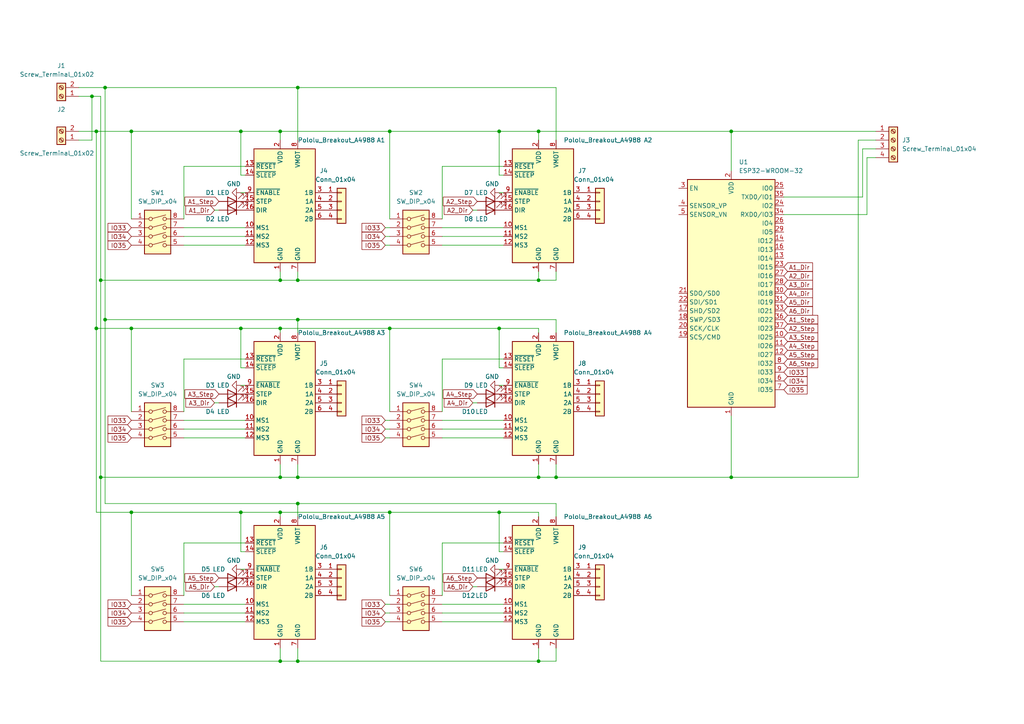
<source format=kicad_sch>
(kicad_sch (version 20230121) (generator eeschema)
  (paper "A4")
  (title_block (title "Driver Board") (date "2025-10-12"))
  (lib_symbols
    (symbol "Connector:Screw_Terminal_01x02" (pin_names (offset 1.016) hide)
      (property "Reference" "J" (at 0 2.54 0))
      (property "Value" "Screw_Terminal_01x02" (at 0 -5.08 0))
      (symbol "Screw_Terminal_01x02_1_1"
        (rectangle (start -1.27 1.27) (end 1.27 -3.81) (stroke (width 0.254)) (fill (type background)))
        (circle (center 0 -2.54) (radius 0.635) (stroke (width 0.1524)))
        (polyline (pts (xy -0.5334 -2.2098) (xy 0.3302 -3.048)) (stroke (width 0.1524)))
        (polyline (pts (xy -0.5334 0.3302) (xy 0.3302 -0.508)) (stroke (width 0.1524)))
        (polyline (pts (xy -0.3556 -2.032) (xy 0.508 -2.8702)) (stroke (width 0.1524)))
        (polyline (pts (xy -0.3556 0.508) (xy 0.508 -0.3302)) (stroke (width 0.1524)))
        (circle (center 0 0) (radius 0.635) (stroke (width 0.1524)))
        (pin passive line (at -5.08 0 0) (length 3.81) (name "Pin_1") (number "1"))
        (pin passive line (at -5.08 -2.54 0) (length 3.81) (name "Pin_2") (number "2"))
      )
    )
    (symbol "Connector:Screw_Terminal_01x04" (pin_names (offset 1.016) hide)
      (property "Reference" "J" (at 0 5.08 0))
      (property "Value" "Screw_Terminal_01x04" (at 0 -7.62 0))
      (symbol "Screw_Terminal_01x04_1_1"
        (rectangle (start -1.27 3.81) (end 1.27 -6.35) (stroke (width 0.254)) (fill (type background)))
        (circle (center 0 -5.08) (radius 0.635) (stroke (width 0.1524)))
        (circle (center 0 -2.54) (radius 0.635) (stroke (width 0.1524)))
        (polyline (pts (xy -0.5334 -4.7498) (xy 0.3302 -5.588)) (stroke (width 0.1524)))
        (polyline (pts (xy -0.5334 -2.2098) (xy 0.3302 -3.048)) (stroke (width 0.1524)))
        (polyline (pts (xy -0.5334 0.3302) (xy 0.3302 -0.508)) (stroke (width 0.1524)))
        (polyline (pts (xy -0.5334 2.8702) (xy 0.3302 2.032)) (stroke (width 0.1524)))
        (polyline (pts (xy -0.3556 -4.572) (xy 0.508 -5.4102)) (stroke (width 0.1524)))
        (polyline (pts (xy -0.3556 -2.032) (xy 0.508 -2.8702)) (stroke (width 0.1524)))
        (polyline (pts (xy -0.3556 0.508) (xy 0.508 -0.3302)) (stroke (width 0.1524)))
        (polyline (pts (xy -0.3556 3.048) (xy 0.508 2.2098)) (stroke (width 0.1524)))
        (circle (center 0 0) (radius 0.635) (stroke (width 0.1524)))
        (circle (center 0 2.54) (radius 0.635) (stroke (width 0.1524)))
        (pin passive line (at -5.08 2.54 0) (length 3.81) (name "Pin_1") (number "1"))
        (pin passive line (at -5.08 0 0) (length 3.81) (name "Pin_2") (number "2"))
        (pin passive line (at -5.08 -2.54 0) (length 3.81) (name "Pin_3") (number "3"))
        (pin passive line (at -5.08 -5.08 0) (length 3.81) (name "Pin_4") (number "4"))
      )
    )
    (symbol "Connector_Generic:Conn_01x04" (pin_names (offset 1.016) hide)
      (property "Reference" "J" (at 0 5.08 0))
      (property "Value" "Conn_01x04" (at 0 -7.62 0))
      (symbol "Conn_01x04_1_1"
        (rectangle (start -1.27 -4.953) (end 0 -5.207) (stroke (width 0.1524)))
        (rectangle (start -1.27 -2.413) (end 0 -2.667) (stroke (width 0.1524)))
        (rectangle (start -1.27 0.127) (end 0 -0.127) (stroke (width 0.1524)))
        (rectangle (start -1.27 2.667) (end 0 2.413) (stroke (width 0.1524)))
        (rectangle (start -1.27 3.81) (end 1.27 -6.35) (stroke (width 0.254)) (fill (type background)))
        (pin passive line (at -5.08 2.54 0) (length 3.81) (name "Pin_1") (number "1"))
        (pin passive line (at -5.08 0 0) (length 3.81) (name "Pin_2") (number "2"))
        (pin passive line (at -5.08 -2.54 0) (length 3.81) (name "Pin_3") (number "3"))
        (pin passive line (at -5.08 -5.08 0) (length 3.81) (name "Pin_4") (number "4"))
      )
    )
    (symbol "Device:LED" (pin_numbers hide) (pin_names (offset 1.016) hide)
      (property "Reference" "D" (at 0 2.54 0))
      (property "Value" "LED" (at 0 -2.54 0))
      (symbol "LED_0_1"
        (polyline (pts (xy -1.27 -1.27) (xy -1.27 1.27)) (stroke (width 0.254)))
        (polyline (pts (xy -1.27 0) (xy 1.27 0)))
        (polyline (pts (xy 1.27 -1.27) (xy 1.27 1.27) (xy -1.27 0) (xy 1.27 -1.27)) (stroke (width 0.254)))
        (polyline (pts (xy -3.048 -0.762) (xy -4.572 -2.286) (xy -3.81 -2.286) (xy -4.572 -2.286) (xy -4.572 -1.524)))
        (polyline (pts (xy -1.778 -0.762) (xy -3.302 -2.286) (xy -2.54 -2.286) (xy -3.302 -2.286) (xy -3.302 -1.524)))
      )
      (symbol "LED_1_1"
        (pin passive line (at -3.81 0 0) (length 2.54) (name "K") (number "1"))
        (pin passive line (at 3.81 0 180) (length 2.54) (name "A") (number "2"))
      )
    )
    (symbol "Driver_Motor:Pololu_Breakout_A4988"
      (property "Reference" "A" (at -2.54 19.05 0))
      (property "Value" "Pololu_Breakout_A4988" (at -2.54 16.51 0))
      (symbol "Pololu_Breakout_A4988_0_1"
        (rectangle (start 10.16 -17.78) (end -7.62 15.24) (stroke (width 0.254)) (fill (type background)))
      )
      (symbol "Pololu_Breakout_A4988_1_1"
        (pin power_in line (at 0 -20.32 90) (length 2.54) (name "GND") (number "1"))
        (pin input line (at -10.16 -7.62 0) (length 2.54) (name "MS1") (number "10"))
        (pin input line (at -10.16 -10.16 0) (length 2.54) (name "MS2") (number "11"))
        (pin input line (at -10.16 -12.7 0) (length 2.54) (name "MS3") (number "12"))
        (pin input line (at -10.16 10.16 0) (length 2.54) (name "~{RESET}") (number "13"))
        (pin input line (at -10.16 7.62 0) (length 2.54) (name "~{SLEEP}") (number "14"))
        (pin input line (at -10.16 0 0) (length 2.54) (name "STEP") (number "15"))
        (pin input line (at -10.16 -2.54 0) (length 2.54) (name "DIR") (number "16"))
        (pin power_in line (at 0 17.78 270) (length 2.54) (name "VDD") (number "2"))
        (pin output line (at 12.7 2.54 180) (length 2.54) (name "1B") (number "3"))
        (pin output line (at 12.7 0 180) (length 2.54) (name "1A") (number "4"))
        (pin output line (at 12.7 -2.54 180) (length 2.54) (name "2A") (number "5"))
        (pin output line (at 12.7 -5.08 180) (length 2.54) (name "2B") (number "6"))
        (pin power_in line (at 5.08 -20.32 90) (length 2.54) (name "GND") (number "7"))
        (pin power_in line (at 5.08 17.78 270) (length 2.54) (name "VMOT") (number "8"))
        (pin input line (at -10.16 2.54 0) (length 2.54) (name "~{ENABLE}") (number "9"))
      )
    )
    (symbol "GND_1" (power) (pin_numbers hide) (pin_names (offset 0) hide)
      (property "Value" "GND_1" (at 0 -3.81 0))
      (symbol "GND_1_0_1"
        (polyline (pts (xy 0 0) (xy 0 -1.27) (xy 1.27 -1.27) (xy 0 -2.54) (xy -1.27 -1.27) (xy 0 -1.27)))
      )
      (symbol "GND_1_1_1"
        (pin power_in line (at 0 0 270) (length 0) hide (name "GND") (number "1"))
      )
    )
    (symbol "GND_2" (power) (pin_numbers hide) (pin_names (offset 0) hide)
      (property "Value" "GND_2" (at 0 -3.81 0))
      (symbol "GND_2_0_1"
        (polyline (pts (xy 0 0) (xy 0 -1.27) (xy 1.27 -1.27) (xy 0 -2.54) (xy -1.27 -1.27) (xy 0 -1.27)))
      )
      (symbol "GND_2_1_1"
        (pin power_in line (at 0 0 270) (length 0) hide (name "GND") (number "1"))
      )
    )
    (symbol "GND_3" (power) (pin_numbers hide) (pin_names (offset 0) hide)
      (property "Value" "GND_3" (at 0 -3.81 0))
      (symbol "GND_3_0_1"
        (polyline (pts (xy 0 0) (xy 0 -1.27) (xy 1.27 -1.27) (xy 0 -2.54) (xy -1.27 -1.27) (xy 0 -1.27)))
      )
      (symbol "GND_3_1_1"
        (pin power_in line (at 0 0 270) (length 0) hide (name "GND") (number "1"))
      )
    )
    (symbol "GND_4" (power) (pin_numbers hide) (pin_names (offset 0) hide)
      (property "Value" "GND_4" (at 0 -3.81 0))
      (symbol "GND_4_0_1"
        (polyline (pts (xy 0 0) (xy 0 -1.27) (xy 1.27 -1.27) (xy 0 -2.54) (xy -1.27 -1.27) (xy 0 -1.27)))
      )
      (symbol "GND_4_1_1"
        (pin power_in line (at 0 0 270) (length 0) hide (name "GND") (number "1"))
      )
    )
    (symbol "GND_5" (power) (pin_numbers hide) (pin_names (offset 0) hide)
      (property "Value" "GND_5" (at 0 -3.81 0))
      (symbol "GND_5_0_1"
        (polyline (pts (xy 0 0) (xy 0 -1.27) (xy 1.27 -1.27) (xy 0 -2.54) (xy -1.27 -1.27) (xy 0 -1.27)))
      )
      (symbol "GND_5_1_1"
        (pin power_in line (at 0 0 270) (length 0) hide (name "GND") (number "1"))
      )
    )
    (symbol "Pololu_Breakout_A4988_1"
      (property "Reference" "A" (at -2.54 19.05 0))
      (property "Value" "Pololu_Breakout_A4988" (at -2.54 16.51 0))
      (symbol "Pololu_Breakout_A4988_1_0_1"
        (rectangle (start 10.16 -17.78) (end -7.62 15.24) (stroke (width 0.254)) (fill (type background)))
      )
      (symbol "Pololu_Breakout_A4988_1_1_1"
        (pin power_in line (at 0 -20.32 90) (length 2.54) (name "GND") (number "1"))
        (pin input line (at -10.16 -7.62 0) (length 2.54) (name "MS1") (number "10"))
        (pin input line (at -10.16 -10.16 0) (length 2.54) (name "MS2") (number "11"))
        (pin input line (at -10.16 -12.7 0) (length 2.54) (name "MS3") (number "12"))
        (pin input line (at -10.16 10.16 0) (length 2.54) (name "~{RESET}") (number "13"))
        (pin input line (at -10.16 7.62 0) (length 2.54) (name "~{SLEEP}") (number "14"))
        (pin input line (at -10.16 0 0) (length 2.54) (name "STEP") (number "15"))
        (pin input line (at -10.16 -2.54 0) (length 2.54) (name "DIR") (number "16"))
        (pin power_in line (at 0 17.78 270) (length 2.54) (name "VDD") (number "2"))
        (pin output line (at 12.7 2.54 180) (length 2.54) (name "1B") (number "3"))
        (pin output line (at 12.7 0 180) (length 2.54) (name "1A") (number "4"))
        (pin output line (at 12.7 -2.54 180) (length 2.54) (name "2A") (number "5"))
        (pin output line (at 12.7 -5.08 180) (length 2.54) (name "2B") (number "6"))
        (pin power_in line (at 5.08 -20.32 90) (length 2.54) (name "GND") (number "7"))
        (pin power_in line (at 5.08 17.78 270) (length 2.54) (name "VMOT") (number "8"))
        (pin input line (at -10.16 2.54 0) (length 2.54) (name "~{ENABLE}") (number "9"))
      )
    )
    (symbol "RF_Module:ESP32-WROOM-32"
      (property "Reference" "U" (at -12.7 34.29 0))
      (property "Value" "ESP32-WROOM-32" (at 1.27 34.29 0))
      (symbol "ESP32-WROOM-32_0_1"
        (rectangle (start -12.7 33.02) (end 12.7 -33.02) (stroke (width 0.254)) (fill (type background)))
      )
      (symbol "ESP32-WROOM-32_1_1"
        (pin power_in line (at 0 -35.56 90) (length 2.54) (name "GND") (number "1"))
        (pin bidirectional line (at 15.24 -12.7 180) (length 2.54) (name "IO25") (number "10"))
        (pin bidirectional line (at 15.24 -15.24 180) (length 2.54) (name "IO26") (number "11"))
        (pin bidirectional line (at 15.24 -17.78 180) (length 2.54) (name "IO27") (number "12"))
        (pin bidirectional line (at 15.24 10.16 180) (length 2.54) (name "IO14") (number "13"))
        (pin bidirectional line (at 15.24 15.24 180) (length 2.54) (name "IO12") (number "14"))
        (pin passive line (at 0 -35.56 90) (length 2.54) hide (name "GND") (number "15"))
        (pin bidirectional line (at 15.24 12.7 180) (length 2.54) (name "IO13") (number "16"))
        (pin bidirectional line (at -15.24 -5.08 0) (length 2.54) (name "SHD/SD2") (number "17"))
        (pin bidirectional line (at -15.24 -7.62 0) (length 2.54) (name "SWP/SD3") (number "18"))
        (pin bidirectional line (at -15.24 -12.7 0) (length 2.54) (name "SCS/CMD") (number "19"))
        (pin power_in line (at 0 35.56 270) (length 2.54) (name "VDD") (number "2"))
        (pin bidirectional line (at -15.24 -10.16 0) (length 2.54) (name "SCK/CLK") (number "20"))
        (pin bidirectional line (at -15.24 0 0) (length 2.54) (name "SDO/SD0") (number "21"))
        (pin bidirectional line (at -15.24 -2.54 0) (length 2.54) (name "SDI/SD1") (number "22"))
        (pin bidirectional line (at 15.24 7.62 180) (length 2.54) (name "IO15") (number "23"))
        (pin bidirectional line (at 15.24 25.4 180) (length 2.54) (name "IO2") (number "24"))
        (pin bidirectional line (at 15.24 30.48 180) (length 2.54) (name "IO0") (number "25"))
        (pin bidirectional line (at 15.24 20.32 180) (length 2.54) (name "IO4") (number "26"))
        (pin bidirectional line (at 15.24 5.08 180) (length 2.54) (name "IO16") (number "27"))
        (pin bidirectional line (at 15.24 2.54 180) (length 2.54) (name "IO17") (number "28"))
        (pin bidirectional line (at 15.24 17.78 180) (length 2.54) (name "IO5") (number "29"))
        (pin input line (at -15.24 30.48 0) (length 2.54) (name "EN") (number "3"))
        (pin bidirectional line (at 15.24 0 180) (length 2.54) (name "IO18") (number "30"))
        (pin bidirectional line (at 15.24 -2.54 180) (length 2.54) (name "IO19") (number "31"))
        (pin no_connect line (at -12.7 -27.94 0) (length 2.54) hide (name "NC") (number "32"))
        (pin bidirectional line (at 15.24 -5.08 180) (length 2.54) (name "IO21") (number "33"))
        (pin bidirectional line (at 15.24 22.86 180) (length 2.54) (name "RXD0/IO3") (number "34"))
        (pin bidirectional line (at 15.24 27.94 180) (length 2.54) (name "TXD0/IO1") (number "35"))
        (pin bidirectional line (at 15.24 -7.62 180) (length 2.54) (name "IO22") (number "36"))
        (pin bidirectional line (at 15.24 -10.16 180) (length 2.54) (name "IO23") (number "37"))
        (pin passive line (at 0 -35.56 90) (length 2.54) hide (name "GND") (number "38"))
        (pin passive line (at 0 -35.56 90) (length 2.54) hide (name "GND") (number "39"))
        (pin input line (at -15.24 25.4 0) (length 2.54) (name "SENSOR_VP") (number "4"))
        (pin input line (at -15.24 22.86 0) (length 2.54) (name "SENSOR_VN") (number "5"))
        (pin input line (at 15.24 -25.4 180) (length 2.54) (name "IO34") (number "6"))
        (pin input line (at 15.24 -27.94 180) (length 2.54) (name "IO35") (number "7"))
        (pin bidirectional line (at 15.24 -20.32 180) (length 2.54) (name "IO32") (number "8"))
        (pin bidirectional line (at 15.24 -22.86 180) (length 2.54) (name "IO33") (number "9"))
      )
    )
    (symbol "Switch:SW_DIP_x04" (pin_names (offset 0) hide)
      (property "Reference" "SW" (at 0 8.89 0))
      (property "Value" "SW_DIP_x04" (at 0 -6.35 0))
      (symbol "SW_DIP_x04_0_0"
        (circle (center -2.032 -2.54) (radius 0.508))
        (circle (center -2.032 0) (radius 0.508))
        (circle (center -2.032 2.54) (radius 0.508))
        (circle (center -2.032 5.08) (radius 0.508))
        (polyline (pts (xy -1.524 -2.3876) (xy 2.3622 -1.3462)))
        (polyline (pts (xy -1.524 0.127) (xy 2.3622 1.1684)))
        (polyline (pts (xy -1.524 2.667) (xy 2.3622 3.7084)))
        (polyline (pts (xy -1.524 5.207) (xy 2.3622 6.2484)))
        (circle (center 2.032 -2.54) (radius 0.508))
        (circle (center 2.032 0) (radius 0.508))
        (circle (center 2.032 2.54) (radius 0.508))
        (circle (center 2.032 5.08) (radius 0.508))
      )
      (symbol "SW_DIP_x04_0_1"
        (rectangle (start -3.81 7.62) (end 3.81 -5.08) (stroke (width 0.254)) (fill (type background)))
      )
      (symbol "SW_DIP_x04_1_1"
        (pin passive line (at -7.62 5.08 0) (length 5.08) (name "~") (number "1"))
        (pin passive line (at -7.62 2.54 0) (length 5.08) (name "~") (number "2"))
        (pin passive line (at -7.62 0 0) (length 5.08) (name "~") (number "3"))
        (pin passive line (at -7.62 -2.54 0) (length 5.08) (name "~") (number "4"))
        (pin passive line (at 7.62 -2.54 180) (length 5.08) (name "~") (number "5"))
        (pin passive line (at 7.62 0 180) (length 5.08) (name "~") (number "6"))
        (pin passive line (at 7.62 2.54 180) (length 5.08) (name "~") (number "7"))
        (pin passive line (at 7.62 5.08 180) (length 5.08) (name "~") (number "8"))
      )
    )
    (symbol "power:GND" (power) (pin_numbers hide) (pin_names (offset 0) hide)
      (property "Value" "GND" (at 0 -3.81 0))
      (symbol "GND_0_1"
        (polyline (pts (xy 0 0) (xy 0 -1.27) (xy 1.27 -1.27) (xy 0 -2.54) (xy -1.27 -1.27) (xy 0 -1.27)))
      )
      (symbol "GND_1_1"
        (pin power_in line (at 0 0 270) (length 0) hide (name "GND") (number "1"))
      )
    )
  )
  (junction (at 113.03 148.59))
  (junction (at 27.94 95.25))
  (junction (at 161.29 138.43))
  (junction (at 86.36 92.71))
  (junction (at 29.21 138.43))
  (junction (at 113.03 95.25))
  (junction (at 69.85 148.59))
  (junction (at 86.36 81.28))
  (junction (at 69.85 95.25))
  (junction (at 30.48 25.4))
  (junction (at 81.28 191.77))
  (junction (at 144.78 95.25))
  (junction (at 38.1 38.1))
  (junction (at 156.21 81.28))
  (junction (at 144.78 148.59))
  (junction (at 38.1 148.59))
  (junction (at 113.03 38.1))
  (junction (at 69.85 38.1))
  (junction (at 30.48 92.71))
  (junction (at 86.36 25.4))
  (junction (at 212.09 138.43))
  (junction (at 29.21 81.28))
  (junction (at 81.28 148.59))
  (junction (at 26.67 27.94))
  (junction (at 86.36 191.77))
  (junction (at 144.78 38.1))
  (junction (at 156.21 138.43))
  (junction (at 81.28 138.43))
  (junction (at 81.28 38.1))
  (junction (at 156.21 38.1))
  (junction (at 212.09 38.1))
  (junction (at 81.28 95.25))
  (junction (at 156.21 191.77))
  (junction (at 38.1 95.25))
  (junction (at 86.36 146.05))
  (junction (at 86.36 138.43))
  (junction (at 27.94 38.1))
  (junction (at 81.28 81.28))
  (wire (pts (xy 86.36 138.43) (xy 156.21 138.43)))
  (wire (pts (xy 144.78 50.8) (xy 146.05 50.8)))
  (wire (pts (xy 27.94 38.1) (xy 38.1 38.1)))
  (wire (pts (xy 137.16 60.96) (xy 138.43 60.96)))
  (wire (pts (xy 38.1 38.1) (xy 38.1 63.5)))
  (wire (pts (xy 69.85 95.25) (xy 81.28 95.25)))
  (wire (pts (xy 38.1 148.59) (xy 69.85 148.59)))
  (wire (pts (xy 53.34 104.14) (xy 71.12 104.14)))
  (wire (pts (xy 128.27 104.14) (xy 128.27 119.38)))
  (wire (pts (xy 227.33 62.23) (xy 251.46 62.23)))
  (wire (pts (xy 69.85 165.1) (xy 71.12 165.1)))
  (wire (pts (xy 156.21 95.25) (xy 156.21 96.52)))
  (wire (pts (xy 53.34 124.46) (xy 71.12 124.46)))
  (wire (pts (xy 113.03 175.26) (xy 111.76 175.26)))
  (wire (pts (xy 156.21 148.59) (xy 156.21 149.86)))
  (wire (pts (xy 81.28 95.25) (xy 81.28 96.52)))
  (wire (pts (xy 144.78 106.68) (xy 146.05 106.68)))
  (wire (pts (xy 156.21 138.43) (xy 161.29 138.43)))
  (wire (pts (xy 86.36 187.96) (xy 86.36 191.77)))
  (wire (pts (xy 144.78 111.76) (xy 146.05 111.76)))
  (wire (pts (xy 38.1 95.25) (xy 38.1 119.38)))
  (wire (pts (xy 69.85 111.76) (xy 71.12 111.76)))
  (wire (pts (xy 250.19 43.18) (xy 254 43.18)))
  (wire (pts (xy 29.21 138.43) (xy 29.21 191.77)))
  (wire (pts (xy 113.03 95.25) (xy 144.78 95.25)))
  (wire (pts (xy 144.78 160.02) (xy 146.05 160.02)))
  (wire (pts (xy 128.27 121.92) (xy 146.05 121.92)))
  (wire (pts (xy 53.34 104.14) (xy 53.34 119.38)))
  (wire (pts (xy 128.27 124.46) (xy 146.05 124.46)))
  (wire (pts (xy 22.86 40.64) (xy 26.67 40.64)))
  (wire (pts (xy 113.03 148.59) (xy 144.78 148.59)))
  (wire (pts (xy 144.78 55.88) (xy 146.05 55.88)))
  (wire (pts (xy 128.27 127) (xy 146.05 127)))
  (wire (pts (xy 137.16 170.18) (xy 138.43 170.18)))
  (wire (pts (xy 29.21 81.28) (xy 29.21 138.43)))
  (wire (pts (xy 81.28 138.43) (xy 86.36 138.43)))
  (wire (pts (xy 113.03 38.1) (xy 113.03 63.5)))
  (wire (pts (xy 81.28 134.62) (xy 81.28 138.43)))
  (wire (pts (xy 27.94 38.1) (xy 27.94 95.25)))
  (wire (pts (xy 53.34 68.58) (xy 71.12 68.58)))
  (wire (pts (xy 29.21 191.77) (xy 81.28 191.77)))
  (wire (pts (xy 29.21 81.28) (xy 81.28 81.28)))
  (wire (pts (xy 26.67 27.94) (xy 29.21 27.94)))
  (wire (pts (xy 30.48 25.4) (xy 30.48 92.71)))
  (wire (pts (xy 86.36 25.4) (xy 161.29 25.4)))
  (wire (pts (xy 144.78 38.1) (xy 144.78 50.8)))
  (wire (pts (xy 113.03 148.59) (xy 113.03 172.72)))
  (wire (pts (xy 69.85 38.1) (xy 81.28 38.1)))
  (wire (pts (xy 86.36 92.71) (xy 86.36 96.52)))
  (wire (pts (xy 128.27 177.8) (xy 146.05 177.8)))
  (wire (pts (xy 29.21 27.94) (xy 29.21 81.28)))
  (wire (pts (xy 144.78 95.25) (xy 144.78 106.68)))
  (wire (pts (xy 27.94 148.59) (xy 38.1 148.59)))
  (wire (pts (xy 22.86 27.94) (xy 26.67 27.94)))
  (wire (pts (xy 161.29 78.74) (xy 161.29 81.28)))
  (wire (pts (xy 81.28 191.77) (xy 86.36 191.77)))
  (wire (pts (xy 113.03 71.12) (xy 111.76 71.12)))
  (wire (pts (xy 53.34 48.26) (xy 53.34 63.5)))
  (wire (pts (xy 69.85 38.1) (xy 69.85 50.8)))
  (wire (pts (xy 53.34 66.04) (xy 71.12 66.04)))
  (wire (pts (xy 22.86 38.1) (xy 27.94 38.1)))
  (wire (pts (xy 156.21 81.28) (xy 161.29 81.28)))
  (wire (pts (xy 62.23 116.84) (xy 63.5 116.84)))
  (wire (pts (xy 113.03 95.25) (xy 113.03 119.38)))
  (wire (pts (xy 212.09 38.1) (xy 254 38.1)))
  (wire (pts (xy 81.28 38.1) (xy 81.28 40.64)))
  (wire (pts (xy 212.09 38.1) (xy 212.09 49.53)))
  (wire (pts (xy 113.03 121.92) (xy 111.76 121.92)))
  (wire (pts (xy 128.27 157.48) (xy 146.05 157.48)))
  (wire (pts (xy 53.34 175.26) (xy 71.12 175.26)))
  (wire (pts (xy 69.85 148.59) (xy 81.28 148.59)))
  (wire (pts (xy 156.21 38.1) (xy 156.21 40.64)))
  (wire (pts (xy 251.46 45.72) (xy 251.46 62.23)))
  (wire (pts (xy 69.85 148.59) (xy 69.85 160.02)))
  (wire (pts (xy 30.48 25.4) (xy 86.36 25.4)))
  (wire (pts (xy 53.34 177.8) (xy 71.12 177.8)))
  (wire (pts (xy 26.67 27.94) (xy 26.67 40.64)))
  (wire (pts (xy 128.27 68.58) (xy 146.05 68.58)))
  (wire (pts (xy 38.1 148.59) (xy 38.1 172.72)))
  (wire (pts (xy 53.34 127) (xy 71.12 127)))
  (wire (pts (xy 22.86 25.4) (xy 30.48 25.4)))
  (wire (pts (xy 161.29 138.43) (xy 212.09 138.43)))
  (wire (pts (xy 156.21 191.77) (xy 161.29 191.77)))
  (wire (pts (xy 86.36 78.74) (xy 86.36 81.28)))
  (wire (pts (xy 86.36 134.62) (xy 86.36 138.43)))
  (wire (pts (xy 81.28 187.96) (xy 81.28 191.77)))
  (wire (pts (xy 81.28 148.59) (xy 113.03 148.59)))
  (wire (pts (xy 86.36 146.05) (xy 161.29 146.05)))
  (wire (pts (xy 69.85 55.88) (xy 71.12 55.88)))
  (wire (pts (xy 128.27 104.14) (xy 146.05 104.14)))
  (wire (pts (xy 128.27 48.26) (xy 128.27 63.5)))
  (wire (pts (xy 62.23 60.96) (xy 63.5 60.96)))
  (wire (pts (xy 156.21 134.62) (xy 156.21 138.43)))
  (wire (pts (xy 27.94 95.25) (xy 27.94 148.59)))
  (wire (pts (xy 69.85 50.8) (xy 71.12 50.8)))
  (wire (pts (xy 62.23 170.18) (xy 63.5 170.18)))
  (wire (pts (xy 156.21 38.1) (xy 212.09 38.1)))
  (wire (pts (xy 86.36 191.77) (xy 156.21 191.77)))
  (wire (pts (xy 81.28 148.59) (xy 81.28 149.86)))
  (wire (pts (xy 161.29 134.62) (xy 161.29 138.43)))
  (wire (pts (xy 161.29 146.05) (xy 161.29 149.86)))
  (wire (pts (xy 38.1 95.25) (xy 69.85 95.25)))
  (wire (pts (xy 161.29 187.96) (xy 161.29 191.77)))
  (wire (pts (xy 81.28 38.1) (xy 113.03 38.1)))
  (wire (pts (xy 250.19 57.15) (xy 227.33 57.15)))
  (wire (pts (xy 113.03 66.04) (xy 111.76 66.04)))
  (wire (pts (xy 248.92 40.64) (xy 254 40.64)))
  (wire (pts (xy 144.78 165.1) (xy 146.05 165.1)))
  (wire (pts (xy 86.36 25.4) (xy 86.36 40.64)))
  (wire (pts (xy 69.85 160.02) (xy 71.12 160.02)))
  (wire (pts (xy 212.09 138.43) (xy 248.92 138.43)))
  (wire (pts (xy 53.34 71.12) (xy 71.12 71.12)))
  (wire (pts (xy 30.48 146.05) (xy 86.36 146.05)))
  (wire (pts (xy 113.03 127) (xy 111.76 127)))
  (wire (pts (xy 53.34 157.48) (xy 71.12 157.48)))
  (wire (pts (xy 53.34 48.26) (xy 71.12 48.26)))
  (wire (pts (xy 156.21 187.96) (xy 156.21 191.77)))
  (wire (pts (xy 113.03 177.8) (xy 111.76 177.8)))
  (wire (pts (xy 251.46 45.72) (xy 254 45.72)))
  (wire (pts (xy 128.27 157.48) (xy 128.27 172.72)))
  (wire (pts (xy 53.34 157.48) (xy 53.34 172.72)))
  (wire (pts (xy 53.34 180.34) (xy 71.12 180.34)))
  (wire (pts (xy 128.27 48.26) (xy 146.05 48.26)))
  (wire (pts (xy 29.21 138.43) (xy 81.28 138.43)))
  (wire (pts (xy 161.29 25.4) (xy 161.29 40.64)))
  (wire (pts (xy 113.03 38.1) (xy 144.78 38.1)))
  (wire (pts (xy 113.03 180.34) (xy 111.76 180.34)))
  (wire (pts (xy 86.36 81.28) (xy 156.21 81.28)))
  (wire (pts (xy 248.92 40.64) (xy 248.92 138.43)))
  (wire (pts (xy 38.1 38.1) (xy 69.85 38.1)))
  (wire (pts (xy 128.27 175.26) (xy 146.05 175.26)))
  (wire (pts (xy 81.28 78.74) (xy 81.28 81.28)))
  (wire (pts (xy 128.27 180.34) (xy 146.05 180.34)))
  (wire (pts (xy 30.48 92.71) (xy 30.48 146.05)))
  (wire (pts (xy 113.03 68.58) (xy 111.76 68.58)))
  (wire (pts (xy 156.21 78.74) (xy 156.21 81.28)))
  (wire (pts (xy 144.78 95.25) (xy 156.21 95.25)))
  (wire (pts (xy 69.85 95.25) (xy 69.85 106.68)))
  (wire (pts (xy 250.19 43.18) (xy 250.19 57.15)))
  (wire (pts (xy 69.85 106.68) (xy 71.12 106.68)))
  (wire (pts (xy 161.29 92.71) (xy 161.29 96.52)))
  (wire (pts (xy 53.34 121.92) (xy 71.12 121.92)))
  (wire (pts (xy 30.48 92.71) (xy 86.36 92.71)))
  (wire (pts (xy 144.78 38.1) (xy 156.21 38.1)))
  (wire (pts (xy 81.28 81.28) (xy 86.36 81.28)))
  (wire (pts (xy 137.16 116.84) (xy 138.43 116.84)))
  (wire (pts (xy 86.36 92.71) (xy 161.29 92.71)))
  (wire (pts (xy 212.09 120.65) (xy 212.09 138.43)))
  (wire (pts (xy 27.94 95.25) (xy 38.1 95.25)))
  (wire (pts (xy 113.03 124.46) (xy 111.76 124.46)))
  (wire (pts (xy 86.36 146.05) (xy 86.36 149.86)))
  (wire (pts (xy 81.28 95.25) (xy 113.03 95.25)))
  (wire (pts (xy 144.78 148.59) (xy 156.21 148.59)))
  (wire (pts (xy 144.78 148.59) (xy 144.78 160.02)))
  (wire (pts (xy 128.27 71.12) (xy 146.05 71.12)))
  (wire (pts (xy 128.27 66.04) (xy 146.05 66.04)))
  (global_label "IO34" (shape input) (at 227.33 110.49 0) (property "Intersheetrefs" "${INTERSHEET_REFS}" (effects hide)))
  (global_label "IO35" (shape input) (at 111.76 127 180) (property "Intersheetrefs" "${INTERSHEET_REFS}" (effects hide)))
  (global_label "IO33" (shape input) (at 38.1 66.04 180) (property "Intersheetrefs" "${INTERSHEET_REFS}" (effects hide)))
  (global_label "A4_Dir" (shape input) (at 227.33 85.09 0) (property "Intersheetrefs" "${INTERSHEET_REFS}" (effects hide)))
  (global_label "A2_Step" (shape input) (at 138.43 58.42 180) (property "Intersheetrefs" "${INTERSHEET_REFS}" (effects hide)))
  (global_label "A6_Step" (shape input) (at 227.33 105.41 0) (property "Intersheetrefs" "${INTERSHEET_REFS}" (effects hide)))
  (global_label "IO33" (shape input) (at 227.33 107.95 0) (property "Intersheetrefs" "${INTERSHEET_REFS}" (effects hide)))
  (global_label "IO35" (shape input) (at 38.1 71.12 180) (property "Intersheetrefs" "${INTERSHEET_REFS}" (effects hide)))
  (global_label "A3_Step" (shape input) (at 227.33 97.79 0) (property "Intersheetrefs" "${INTERSHEET_REFS}" (effects hide)))
  (global_label "IO34" (shape input) (at 111.76 177.8 180) (property "Intersheetrefs" "${INTERSHEET_REFS}" (effects hide)))
  (global_label "IO33" (shape input) (at 111.76 175.26 180) (property "Intersheetrefs" "${INTERSHEET_REFS}" (effects hide)))
  (global_label "A4_Step" (shape input) (at 227.33 100.33 0) (property "Intersheetrefs" "${INTERSHEET_REFS}" (effects hide)))
  (global_label "IO35" (shape input) (at 227.33 113.03 0) (property "Intersheetrefs" "${INTERSHEET_REFS}" (effects hide)))
  (global_label "A4_Step" (shape input) (at 138.43 114.3 180) (property "Intersheetrefs" "${INTERSHEET_REFS}" (effects hide)))
  (global_label "A3_Dir" (shape input) (at 227.33 82.55 0) (property "Intersheetrefs" "${INTERSHEET_REFS}" (effects hide)))
  (global_label "IO34" (shape input) (at 38.1 177.8 180) (property "Intersheetrefs" "${INTERSHEET_REFS}" (effects hide)))
  (global_label "A3_Dir" (shape input) (at 62.23 116.84 180) (property "Intersheetrefs" "${INTERSHEET_REFS}" (effects hide)))
  (global_label "IO34" (shape input) (at 111.76 124.46 180) (property "Intersheetrefs" "${INTERSHEET_REFS}" (effects hide)))
  (global_label "A5_Dir" (shape input) (at 227.33 87.63 0) (property "Intersheetrefs" "${INTERSHEET_REFS}" (effects hide)))
  (global_label "A5_Dir" (shape input) (at 62.23 170.18 180) (property "Intersheetrefs" "${INTERSHEET_REFS}" (effects hide)))
  (global_label "A3_Step" (shape input) (at 63.5 114.3 180) (property "Intersheetrefs" "${INTERSHEET_REFS}" (effects hide)))
  (global_label "IO33" (shape input) (at 111.76 66.04 180) (property "Intersheetrefs" "${INTERSHEET_REFS}" (effects hide)))
  (global_label "A2_Step" (shape input) (at 227.33 95.25 0) (property "Intersheetrefs" "${INTERSHEET_REFS}" (effects hide)))
  (global_label "A1_Step" (shape input) (at 63.5 58.42 180) (property "Intersheetrefs" "${INTERSHEET_REFS}" (effects hide)))
  (global_label "A4_Dir" (shape input) (at 137.16 116.84 180) (property "Intersheetrefs" "${INTERSHEET_REFS}" (effects hide)))
  (global_label "IO34" (shape input) (at 111.76 68.58 180) (property "Intersheetrefs" "${INTERSHEET_REFS}" (effects hide)))
  (global_label "A1_Dir" (shape input) (at 62.23 60.96 180) (property "Intersheetrefs" "${INTERSHEET_REFS}" (effects hide)))
  (global_label "IO33" (shape input) (at 38.1 121.92 180) (property "Intersheetrefs" "${INTERSHEET_REFS}" (effects hide)))
  (global_label "A5_Step" (shape input) (at 63.5 167.64 180) (property "Intersheetrefs" "${INTERSHEET_REFS}" (effects hide)))
  (global_label "IO33" (shape input) (at 38.1 175.26 180) (property "Intersheetrefs" "${INTERSHEET_REFS}" (effects hide)))
  (global_label "A6_Dir" (shape input) (at 227.33 90.17 0) (property "Intersheetrefs" "${INTERSHEET_REFS}" (effects hide)))
  (global_label "A2_Dir" (shape input) (at 227.33 80.01 0) (property "Intersheetrefs" "${INTERSHEET_REFS}" (effects hide)))
  (global_label "IO35" (shape input) (at 38.1 127 180) (property "Intersheetrefs" "${INTERSHEET_REFS}" (effects hide)))
  (global_label "A5_Step" (shape input) (at 227.33 102.87 0) (property "Intersheetrefs" "${INTERSHEET_REFS}" (effects hide)))
  (global_label "A6_Dir" (shape input) (at 137.16 170.18 180) (property "Intersheetrefs" "${INTERSHEET_REFS}" (effects hide)))
  (global_label "IO35" (shape input) (at 111.76 180.34 180) (property "Intersheetrefs" "${INTERSHEET_REFS}" (effects hide)))
  (global_label "A1_Step" (shape input) (at 227.33 92.71 0) (property "Intersheetrefs" "${INTERSHEET_REFS}" (effects hide)))
  (global_label "A1_Dir" (shape input) (at 227.33 77.47 0) (property "Intersheetrefs" "${INTERSHEET_REFS}" (effects hide)))
  (global_label "IO35" (shape input) (at 38.1 180.34 180) (property "Intersheetrefs" "${INTERSHEET_REFS}" (effects hide)))
  (global_label "IO34" (shape input) (at 38.1 124.46 180) (property "Intersheetrefs" "${INTERSHEET_REFS}" (effects hide)))
  (global_label "A2_Dir" (shape input) (at 137.16 60.96 180) (property "Intersheetrefs" "${INTERSHEET_REFS}" (effects hide)))
  (global_label "IO34" (shape input) (at 38.1 68.58 180) (property "Intersheetrefs" "${INTERSHEET_REFS}" (effects hide)))
  (global_label "IO35" (shape input) (at 111.76 71.12 180) (property "Intersheetrefs" "${INTERSHEET_REFS}" (effects hide)))
  (global_label "A6_Step" (shape input) (at 138.43 167.64 180) (property "Intersheetrefs" "${INTERSHEET_REFS}" (effects hide)))
  (global_label "IO33" (shape input) (at 111.76 121.92 180) (property "Intersheetrefs" "${INTERSHEET_REFS}" (effects hide)))
  (symbol (lib_id "Connector_Generic:Conn_01x04") (at 99.06 58.42 0) (unit 1)
    (property "Reference" "J4" (at 92.71 49.53 0) (effects (justify left)))
    (property "Value" "Conn_01x04" (at 91.44 52.07 0) (effects (justify left)))
  )
  (symbol (lib_name "GND_2") (lib_id "power:GND") (at 69.85 111.76 270) (unit 1)
    (property "Reference" "#PWR04" (effects hide))
    (property "Value" "GND" (at 69.85 109.22 90) (effects (justify right)))
  )
  (symbol (lib_id "Driver_Motor:Pololu_Breakout_A4988") (at 81.28 114.3 0) (unit 1)
    (property "Reference" "A3" (at 109.22 96.52 0) (effects (justify left)))
    (property "Value" "Pololu_Breakout_A4988" (at 86.36 96.52 0) (effects (justify left)))
    (property "Footprint" "Module:Pololu_Breakout-16_15.2x20.3mm" (effects hide))
    (property "Datasheet" "https://www.pololu.com/product/2980/pictures" (effects hide))
  )
  (symbol (lib_id "Device:LED") (at 67.31 167.64 180) (unit 1)
    (property "Reference" "D5" (at 59.69 165.1 0))
    (property "Value" "LED" (at 63.5 165.1 0))
  )
  (symbol (lib_id "Device:LED") (at 142.24 58.42 180) (unit 1)
    (property "Reference" "D7" (at 135.89 55.88 0))
    (property "Value" "LED" (at 139.7 55.88 0))
  )
  (symbol (lib_id "Device:LED") (at 142.24 60.96 180) (unit 1)
    (property "Reference" "D8" (at 135.89 63.5 0))
    (property "Value" "LED" (at 139.7 63.5 0))
  )
  (symbol (lib_id "Connector_Generic:Conn_01x04") (at 99.06 114.3 0) (unit 1)
    (property "Reference" "J5" (at 92.71 105.41 0) (effects (justify left)))
    (property "Value" "Conn_01x04" (at 91.44 107.95 0) (effects (justify left)))
  )
  (symbol (lib_id "Driver_Motor:Pololu_Breakout_A4988") (at 81.28 167.64 0) (unit 1)
    (property "Reference" "A5" (at 109.22 149.86 0) (effects (justify left)))
    (property "Value" "Pololu_Breakout_A4988" (at 86.36 149.86 0) (effects (justify left)))
    (property "Footprint" "Module:Pololu_Breakout-16_15.2x20.3mm" (effects hide))
    (property "Datasheet" "https://www.pololu.com/product/2980/pictures" (effects hide))
  )
  (symbol (lib_id "Driver_Motor:Pololu_Breakout_A4988") (at 156.21 58.42 0) (unit 1)
    (property "Reference" "A2" (at 186.69 40.64 0) (effects (justify left)))
    (property "Value" "Pololu_Breakout_A4988" (at 163.4841 40.64 0) (effects (justify left)))
    (property "Footprint" "Module:Pololu_Breakout-16_15.2x20.3mm" (effects hide))
    (property "Datasheet" "https://www.pololu.com/product/2980/pictures" (effects hide))
  )
  (symbol (lib_id "Connector_Generic:Conn_01x04") (at 173.99 167.64 0) (unit 1)
    (property "Reference" "J9" (at 167.64 158.75 0) (effects (justify left)))
    (property "Value" "Conn_01x04" (at 166.37 161.29 0) (effects (justify left)))
  )
  (symbol (lib_id "Switch:SW_DIP_x04") (at 45.72 124.46 0) (unit 1)
    (property "Reference" "SW3" (at 45.72 111.76 0))
    (property "Value" "SW_DIP_x04" (at 45.72 114.3 0))
  )
  (symbol (lib_id "Device:LED") (at 67.31 116.84 180) (unit 1)
    (property "Reference" "D4" (at 60.96 119.38 0))
    (property "Value" "LED" (at 64.77 119.38 0))
  )
  (symbol (lib_name "GND_5") (lib_id "power:GND") (at 144.78 165.1 270) (unit 1)
    (property "Reference" "#PWR06" (effects hide))
    (property "Value" "GND" (at 144.78 162.56 90) (effects (justify right)))
  )
  (symbol (lib_id "RF_Module:ESP32-WROOM-32") (at 212.09 85.09 0) (unit 1)
    (property "Reference" "U1" (at 214.2841 46.99 0) (effects (justify left)))
    (property "Value" "ESP32-WROOM-32" (at 214.2841 49.53 0) (effects (justify left)))
    (property "Footprint" "RF_Module:ESP32-WROOM-32" (effects hide))
    (property "Datasheet" "https://www.espressif.com/sites/default/files/documentation/esp32-wroom-32_datasheet_en.pdf" (effects hide))
  )
  (symbol (lib_id "Device:LED") (at 67.31 60.96 180) (unit 1)
    (property "Reference" "D2" (at 60.96 63.5 0))
    (property "Value" "LED" (at 64.77 63.5 0))
  )
  (symbol (lib_id "Device:LED") (at 142.24 116.84 180) (unit 1)
    (property "Reference" "D10" (at 135.89 119.38 0))
    (property "Value" "LED" (at 139.7 119.38 0))
  )
  (symbol (lib_id "Device:LED") (at 67.31 114.3 180) (unit 1)
    (property "Reference" "D3" (at 60.96 111.76 0))
    (property "Value" "LED" (at 64.77 111.76 0))
  )
  (symbol (lib_name "GND_4") (lib_id "power:GND") (at 144.78 55.88 270) (unit 1)
    (property "Reference" "#PWR01" (effects hide))
    (property "Value" "GND" (at 144.78 53.34 90) (effects (justify right)))
  )
  (symbol (lib_id "Connector_Generic:Conn_01x04") (at 173.99 58.42 0) (unit 1)
    (property "Reference" "J7" (at 167.64 49.53 0) (effects (justify left)))
    (property "Value" "Conn_01x04" (at 166.37 52.07 0) (effects (justify left)))
  )
  (symbol (lib_name "GND_1") (lib_id "power:GND") (at 69.85 55.88 270) (unit 1)
    (property "Reference" "#PWR02" (effects hide))
    (property "Value" "GND" (at 69.85 53.34 90) (effects (justify right)))
  )
  (symbol (lib_id "Driver_Motor:Pololu_Breakout_A4988") (at 156.21 114.3 0) (unit 1)
    (property "Reference" "A4" (at 186.69 96.52 0) (effects (justify left)))
    (property "Value" "Pololu_Breakout_A4988" (at 163.4841 96.52 0) (effects (justify left)))
    (property "Footprint" "Module:Pololu_Breakout-16_15.2x20.3mm" (effects hide))
    (property "Datasheet" "https://www.pololu.com/product/2980/pictures" (effects hide))
  )
  (symbol (lib_id "Device:LED") (at 142.24 114.3 180) (unit 1)
    (property "Reference" "D9" (at 135.89 111.76 0))
    (property "Value" "LED" (at 139.7 111.76 0))
  )
  (symbol (lib_id "Device:LED") (at 67.31 58.42 180) (unit 1)
    (property "Reference" "D1" (at 60.96 55.88 0))
    (property "Value" "LED" (at 64.77 55.88 0))
  )
  (symbol (lib_id "Device:LED") (at 67.31 170.18 180) (unit 1)
    (property "Reference" "D6" (at 59.69 172.72 0))
    (property "Value" "LED" (at 63.5 172.72 0))
  )
  (symbol (lib_id "Connector_Generic:Conn_01x04") (at 99.06 167.64 0) (unit 1)
    (property "Reference" "J6" (at 92.71 158.75 0) (effects (justify left)))
    (property "Value" "Conn_01x04" (at 91.44 161.29 0) (effects (justify left)))
  )
  (symbol (lib_id "Switch:SW_DIP_x04") (at 120.65 124.46 0) (unit 1)
    (property "Reference" "SW4" (at 120.65 111.76 0))
    (property "Value" "SW_DIP_x04" (at 120.65 114.3 0))
  )
  (symbol (lib_id "Connector:Screw_Terminal_01x02") (at 17.78 27.94 180) (unit 1)
    (property "Reference" "J1" (at 17.78 19.05 0))
    (property "Value" "Screw_Terminal_01x02" (at 16.51 21.59 0))
  )
  (symbol (lib_id "Connector_Generic:Conn_01x04") (at 173.99 114.3 0) (unit 1)
    (property "Reference" "J8" (at 167.64 105.41 0) (effects (justify left)))
    (property "Value" "Conn_01x04" (at 166.37 107.95 0) (effects (justify left)))
  )
  (symbol (lib_id "Connector:Screw_Terminal_01x04") (at 259.08 40.64 0) (unit 1)
    (property "Reference" "J3" (at 261.62 40.64 0) (effects (justify left)))
    (property "Value" "Screw_Terminal_01x04" (at 261.62 43.18 0) (effects (justify left)))
  )
  (symbol (lib_id "Connector:Screw_Terminal_01x02") (at 17.78 40.64 180) (unit 1)
    (property "Reference" "J2" (at 17.78 31.75 0))
    (property "Value" "Screw_Terminal_01x02" (at 16.51 44.45 0))
  )
  (symbol (lib_name "Pololu_Breakout_A4988_1") (lib_id "Driver_Motor:Pololu_Breakout_A4988") (at 81.28 58.42 0) (unit 1)
    (property "Reference" "A1" (at 109.22 40.64 0) (effects (justify left)))
    (property "Value" "Pololu_Breakout_A4988" (at 86.36 40.64 0) (effects (justify left)))
    (property "Footprint" "Module:Pololu_Breakout-16_15.2x20.3mm" (effects hide))
    (property "Datasheet" "https://www.pololu.com/product/2980/pictures" (effects hide))
  )
  (symbol (lib_id "Switch:SW_DIP_x04") (at 45.72 68.58 0) (unit 1)
    (property "Reference" "SW1" (at 45.72 55.88 0))
    (property "Value" "SW_DIP_x04" (at 45.72 58.42 0))
  )
  (symbol (lib_id "Switch:SW_DIP_x04") (at 120.65 177.8 0) (unit 1)
    (property "Reference" "SW6" (at 120.65 165.1 0))
    (property "Value" "SW_DIP_x04" (at 120.65 167.64 0))
  )
  (symbol (lib_id "Switch:SW_DIP_x04") (at 45.72 177.8 0) (unit 1)
    (property "Reference" "SW5" (at 45.72 165.1 0))
    (property "Value" "SW_DIP_x04" (at 45.72 167.64 0))
  )
  (symbol (lib_id "Device:LED") (at 142.24 170.18 180) (unit 1)
    (property "Reference" "D12" (at 135.89 172.72 0))
    (property "Value" "LED" (at 139.7 172.72 0))
  )
  (symbol (lib_id "power:GND") (at 69.85 165.1 270) (unit 1)
    (property "Reference" "#PWR05" (effects hide))
    (property "Value" "GND" (at 69.85 162.56 90) (effects (justify right)))
  )
  (symbol (lib_name "GND_3") (lib_id "power:GND") (at 144.78 111.76 270) (unit 1)
    (property "Reference" "#PWR03" (effects hide))
    (property "Value" "GND" (at 144.78 109.22 90) (effects (justify right)))
  )
  (symbol (lib_id "Switch:SW_DIP_x04") (at 120.65 68.58 0) (unit 1)
    (property "Reference" "SW2" (at 120.65 55.88 0))
    (property "Value" "SW_DIP_x04" (at 120.65 58.42 0))
  )
  (symbol (lib_id "Driver_Motor:Pololu_Breakout_A4988") (at 156.21 167.64 0) (unit 1)
    (property "Reference" "A6" (at 186.69 149.86 0) (effects (justify left)))
    (property "Value" "Pololu_Breakout_A4988" (at 163.4841 149.86 0) (effects (justify left)))
    (property "Footprint" "Module:Pololu_Breakout-16_15.2x20.3mm" (effects hide))
    (property "Datasheet" "https://www.pololu.com/product/2980/pictures" (effects hide))
  )
  (symbol (lib_id "Device:LED") (at 142.24 167.64 180) (unit 1)
    (property "Reference" "D11" (at 135.89 165.1 0))
    (property "Value" "LED" (at 139.7 165.1 0))
  )
)
</source>
